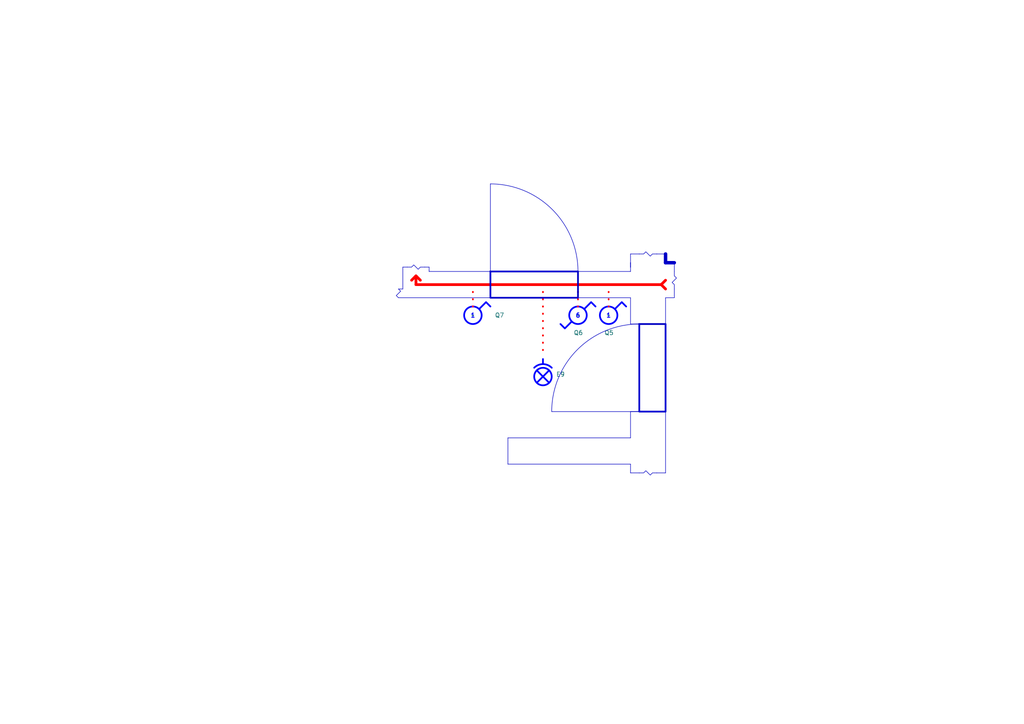
<source format=kicad_sch>
(kicad_sch (version 20230121) (generator eeschema)
  (paper "A4")
  (title_block (title "Projekt elektroinštalácie rodinného domu") (date "2024-05-09") (rev "1") (comment 4 "001-24") (comment 5 "Konanie stavby: 96901 Banská Štiavnica, Belianska 1770/15"))
  (lib_symbols
    (symbol "Wiring:Break" (in_bom no)
      (symbol "Break_0_1"
        (polyline (pts (xy -2.54 0) (xy -1.27 0) (xy -0.635 0.635) (xy 0.635 -0.635) (xy 1.27 0) (xy 2.54 0)) (stroke (width 0) (color 0 0 194 1)))
      )
    )
    (symbol "Wiring:Break_short" (in_bom no)
      (symbol "Break_short_0_1"
        (polyline (pts (xy -1.27 0) (xy -1.27 0) (xy -0.635 0.635) (xy 0.635 -0.635) (xy 1.27 0) (xy 1.27 0)) (stroke (width 0) (color 0 0 194 1)))
      )
    )
    (symbol "Wiring:Bulb_ceiling"
      (property "Reference" "E" (at 0 1.905 0))
      (symbol "Bulb_ceiling_0_1"
        (circle (center 0 -5.08) (radius 2.54) (stroke (width 0.5) (color 0 0 255 1)))
        (polyline (pts (xy 0 0) (xy 0 -1.27)) (stroke (width 0.5) (color 0 0 255 1)))
        (polyline (pts (xy 0 -5.08) (xy 1.778 -6.858) (xy -1.778 -3.302)) (stroke (width 0.5) (color 0 0 255 1)))
        (polyline (pts (xy 0 -5.08) (xy 1.778 -3.302) (xy -1.778 -6.858)) (stroke (width 0.5) (color 0 0 255 1)))
        (arc (start 2.5464 -2.524) (mid 0.0055 -1.4721) (end -2.5386 -2.5162) (stroke (width 0.5) (color 0 0 255 1)))
      )
    )
    (symbol "Wiring:In/out" (in_bom no)
      (symbol "In/out_0_1"
        (polyline (pts (xy 0 0) (xy 1.27 -1.27) (xy 0 0) (xy 1.27 1.27)) (stroke (width 0.8) (color 255 0 0 1)))
      )
    )
    (symbol "Wiring:Switch_1"
      (property "Reference" "Q" (at 0 7.62 0))
      (symbol "Switch_1_0_1"
        (polyline (pts (xy 1.905 1.905) (xy 3.175 3.175) (xy 3.81 3.81) (xy 5.08 2.54)) (stroke (width 0.5) (color 0 0 255 1)))
        (circle (center 0 0) (radius 2.54) (stroke (width 0.5) (color 0 0 255 1)))
        (text "1" (at 0 0 0) (effects (font (size 1.27 1.27) bold)))
      )
    )
    (symbol "Wiring:Switch_6"
      (property "Reference" "Q" (at 0 4.826 0))
      (symbol "Switch_6_0_1"
        (polyline (pts (xy -1.905 -1.905) (xy -3.175 -3.175) (xy -3.81 -3.81) (xy -5.08 -2.54)) (stroke (width 0.5) (color 0 0 255 1)))
        (polyline (pts (xy 1.905 1.905) (xy 3.175 3.175) (xy 3.81 3.81) (xy 5.08 2.54)) (stroke (width 0.5) (color 0 0 255 1)))
        (circle (center 0 0) (radius 2.54) (stroke (width 0.5) (color 0 0 255 1)))
        (text "6" (at 0 0 0) (effects (font (size 1.27 1.27) bold)))
      )
    )
  )
  (polyline (pts (xy 157.48 82.55) (xy 157.48 102.87)) (stroke (width 0.5) (type dot) (color 255 0 0 1)))
  (polyline (pts (xy 116.84 83.82) (xy 115.57 83.82)))
  (polyline (pts (xy 167.64 78.74) (xy 182.88 78.74)))
  (polyline (pts (xy 124.46 78.74) (xy 142.24 78.74)))
  (polyline (pts (xy 193.04 76.2) (xy 193.04 73.66)) (stroke (width 1)))
  (polyline (pts (xy 176.53 82.55) (xy 176.53 88.9)) (stroke (width 0.5) (type dot) (color 255 0 0 1)))
  (polyline (pts (xy 167.64 82.55) (xy 167.64 88.9)) (stroke (width 0.5) (type dot) (color 255 0 0 1)))
  (polyline (pts (xy 116.84 86.36) (xy 115.57 86.36)))
  (polyline (pts (xy 142.24 86.36) (xy 142.24 78.74)))
  (polyline (pts (xy 182.88 93.98) (xy 182.88 86.36)))
  (polyline (pts (xy 190.5 73.66) (xy 193.04 73.66)))
  (polyline (pts (xy 193.04 137.16) (xy 193.04 119.38)))
  (polyline (pts (xy 182.88 127) (xy 147.32 127)))
  (polyline (pts (xy 137.16 82.55) (xy 137.16 88.9)) (stroke (width 0.5) (type dot) (color 255 0 0 1)))
  (polyline (pts (xy 193.04 93.98) (xy 182.88 93.98)))
  (polyline (pts (xy 182.88 86.36) (xy 167.64 86.36)))
  (polyline (pts (xy 182.88 137.16) (xy 185.42 137.16)))
  (polyline (pts (xy 167.64 86.36) (xy 167.64 78.74)))
  (polyline (pts (xy 182.88 78.74) (xy 182.88 77.47)))
  (polyline (pts (xy 182.88 134.62) (xy 182.88 137.16)))
  (polyline (pts (xy 182.88 119.38) (xy 182.88 127)))
  (polyline (pts (xy 120.65 82.55) (xy 191.77 82.55)) (stroke (width 0.8) (type solid) (color 255 0 0 1)))
  (polyline (pts (xy 116.84 77.47) (xy 116.84 83.82)))
  (polyline (pts (xy 147.32 127) (xy 147.32 134.62)))
  (polyline (pts (xy 185.42 119.38) (xy 160.02 119.38)))
  (polyline (pts (xy 193.04 86.36) (xy 193.04 93.98)))
  (polyline (pts (xy 124.46 77.47) (xy 124.46 78.74)))
  (polyline (pts (xy 193.04 119.38) (xy 182.88 119.38)))
  (polyline (pts (xy 120.65 80.01) (xy 120.65 82.55)) (stroke (width 0.8) (type solid) (color 255 0 0 1)))
  (polyline (pts (xy 123.19 77.47) (xy 124.46 77.47)))
  (polyline (pts (xy 182.88 77.47) (xy 182.88 76.2)))
  (polyline (pts (xy 147.32 134.62) (xy 182.88 134.62)))
  (polyline (pts (xy 142.24 86.36) (xy 116.84 86.36)))
  (polyline (pts (xy 182.88 77.47) (xy 182.88 76.2)))
  (polyline (pts (xy 182.88 73.66) (xy 182.88 76.2)))
  (polyline (pts (xy 190.5 137.16) (xy 193.04 137.16)))
  (polyline (pts (xy 195.58 83.82) (xy 195.58 86.36)))
  (polyline (pts (xy 195.58 76.2) (xy 195.58 78.74)))
  (polyline (pts (xy 195.58 86.36) (xy 193.04 86.36)))
  (polyline (pts (xy 142.24 53.34) (xy 142.24 78.74)))
  (polyline (pts (xy 116.84 77.47) (xy 118.11 77.47)))
  (polyline (pts (xy 195.58 76.2) (xy 193.04 76.2)) (stroke (width 1)))
  (polyline (pts (xy 182.88 73.66) (xy 185.42 73.66)))
  (rectangle (start 142.24 86.36) (end 167.64 78.74) (stroke (width 0.5)))
  (arc (start 142.24 53.34) (mid 160.2005 60.7795) (end 167.64 78.74))
  (arc (start 160.02 119.38) (mid 167.4595 101.4195) (end 185.42 93.98))
  (rectangle (start 185.42 119.38) (end 193.04 93.98) (stroke (width 0.5)))
  (symbol (lib_id "Wiring:Bulb_ceiling") (at 157.48 104.14 0) (unit 1)
    (property "Reference" "E9" (at 161.29 108.585 0) (effects (justify left)))
  )
  (symbol (lib_id "Wiring:Break_short") (at 115.57 85.09 90) (unit 1) (in_bom no)
    (property "Reference" "~5" (effects hide))
  )
  (symbol (lib_id "Wiring:Break") (at 187.96 137.16 0) (unit 1) (in_bom no)
    (property "Reference" "~8" (effects hide))
  )
  (symbol (lib_id "Wiring:Switch_1") (at 137.16 91.44 0) (unit 1)
    (property "Reference" "Q7" (at 143.51 91.44 0) (effects (justify left)))
    (property "Value" "~" (at 137.16 91.44 0))
  )
  (symbol (lib_id "Wiring:In/out") (at 120.65 80.01 270) (unit 1) (in_bom no)
    (property "Reference" "~50" (effects hide))
    (property "Value" "In/out" (effects hide))
  )
  (symbol (lib_id "Wiring:Break") (at 120.65 77.47 0) (unit 1) (in_bom no)
    (property "Reference" "~9" (effects hide))
  )
  (symbol (lib_id "Wiring:Switch_1") (at 176.53 91.44 0) (unit 1)
    (property "Reference" "Q5" (at 175.26 96.52 0) (effects (justify left)))
    (property "Value" "~" (at 176.53 91.44 0))
  )
  (symbol (lib_id "Wiring:Break") (at 187.96 73.66 0) (unit 1) (in_bom no)
    (property "Reference" "~6" (effects hide))
  )
  (symbol (lib_id "Wiring:Switch_6") (at 167.64 91.44 0) (unit 1)
    (property "Reference" "Q6" (at 166.37 96.52 0) (effects (justify left)))
    (property "Value" "~" (at 167.64 91.44 0))
  )
  (symbol (lib_id "Wiring:Break") (at 195.58 81.28 90) (unit 1) (in_bom no)
    (property "Reference" "~7" (effects hide))
  )
  (symbol (lib_id "Wiring:In/out") (at 191.77 82.55 0) (unit 1) (in_bom no)
    (property "Reference" "~49" (effects hide))
    (property "Value" "In/out" (effects hide))
  )
)
</source>
